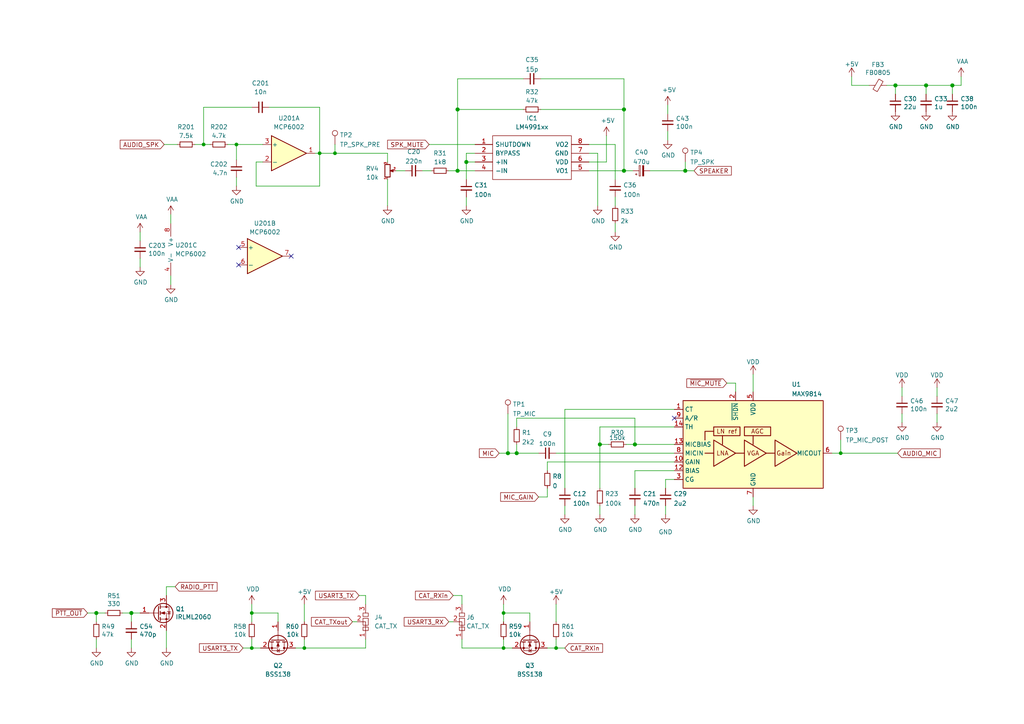
<source format=kicad_sch>
(kicad_sch (version 20230121) (generator eeschema)
  (paper "A4")
  (title_block (title "Module17") (date "2023-07-18") (rev "Rev 1.0") (company "M17Project") (comment 1 "Mathis - DB9MAT") (comment 2 "Wojciech - SP5WWP") (comment 3 "Authors:"))
  (lib_symbols
    (symbol "Amplifier_Audio:MAX9814"
      (property "Reference" "U" (at -20.32 13.97 0))
      (property "Value" "MAX9814" (at 11.43 13.97 0))
      (symbol "MAX9814_0_0"
        (rectangle (start -11.43 5.08) (end -3.81 2.54) (stroke (width 0.254)))
        (rectangle (start -2.54 5.08) (end 5.08 2.54) (stroke (width 0.254)))
        (polyline (pts (xy -11.43 -2.54) (xy -13.97 -2.54)) (stroke (width 0.254)))
        (polyline (pts (xy -8.89 2.54) (xy -8.89 0)) (stroke (width 0.254)))
        (polyline (pts (xy -2.54 -2.54) (xy -5.08 -2.54)) (stroke (width 0.254)))
        (polyline (pts (xy 0 2.54) (xy 0 0)) (stroke (width 0.254)))
        (polyline (pts (xy 3.81 -2.54) (xy 6.35 -2.54)) (stroke (width 0.254)))
        (polyline (pts (xy -11.43 3.81) (xy -13.97 3.81) (xy -13.97 1.27)) (stroke (width 0.254)))
        (polyline (pts (xy -5.08 -2.54) (xy -11.43 1.27) (xy -11.43 -6.35) (xy -5.08 -2.54)) (stroke (width 0.254)))
        (polyline (pts (xy 3.81 -2.54) (xy -2.54 1.27) (xy -2.54 -6.35) (xy 3.81 -2.54)) (stroke (width 0.254)))
        (polyline (pts (xy 12.7 -2.54) (xy 6.35 1.27) (xy 6.35 -6.35) (xy 12.7 -2.54)) (stroke (width 0.254)))
        (text "AGC" (at 1.27 3.81 0) (effects (font (size 1.27 1.27))))
        (text "Gain" (at 8.89 -2.54 0) (effects (font (size 1.27 1.27))))
        (text "LN ref" (at -7.62 3.81 0) (effects (font (size 1.27 1.27))))
        (text "LNA" (at -8.89 -2.54 0) (effects (font (size 1.27 1.27))))
        (text "VGA" (at 0 -2.54 0) (effects (font (size 1.27 1.27))))
      )
      (symbol "MAX9814_0_1"
        (rectangle (start -20.32 12.7) (end 20.32 -12.7) (stroke (width 0.254)) (fill (type background)))
      )
      (symbol "MAX9814_1_1"
        (pin input line (at -22.86 10.16 0) (length 2.54) (name "CT") (number "1"))
        (pin input line (at -22.86 -5.08 0) (length 2.54) (name "GAIN") (number "10"))
        (pin passive line (at 0 -15.24 90) (length 2.54) hide (name "GND") (number "11"))
        (pin passive line (at -22.86 -7.62 0) (length 2.54) (name "BIAS") (number "12"))
        (pin output line (at -22.86 0 0) (length 2.54) (name "MICBIAS") (number "13"))
        (pin input line (at -22.86 5.08 0) (length 2.54) (name "TH") (number "14"))
        (pin passive line (at 0 -15.24 90) (length 2.54) hide (name "GND") (number "15"))
        (pin input line (at -5.08 15.24 270) (length 2.54) (name "~{SHDN}") (number "2"))
        (pin passive line (at -22.86 -10.16 0) (length 2.54) (name "CG") (number "3"))
        (pin passive line (at 0 -15.24 90) (length 2.54) hide (name "GND") (number "4"))
        (pin power_in line (at 0 15.24 270) (length 2.54) (name "VDD") (number "5"))
        (pin output line (at 22.86 -2.54 180) (length 2.54) (name "MICOUT") (number "6"))
        (pin power_in line (at 0 -15.24 90) (length 2.54) (name "GND") (number "7"))
        (pin input line (at -22.86 -2.54 0) (length 2.54) (name "MICIN") (number "8"))
        (pin input line (at -22.86 7.62 0) (length 2.54) (name "A/R") (number "9"))
      )
    )
    (symbol "Amplifier_Operational:MCP602" (pin_names (offset 0.127))
      (property "Reference" "U" (at 0 5.08 0))
      (property "Value" "MCP602" (at 0 -5.08 0))
      (symbol "MCP602_1_1"
        (polyline (pts (xy -5.08 5.08) (xy 5.08 0) (xy -5.08 -5.08) (xy -5.08 5.08)) (stroke (width 0.254)) (fill (type background)))
        (pin output line (at 7.62 0 180) (length 2.54) (name "~") (number "1"))
        (pin input line (at -7.62 -2.54 0) (length 2.54) (name "-") (number "2"))
        (pin input line (at -7.62 2.54 0) (length 2.54) (name "+") (number "3"))
      )
      (symbol "MCP602_2_1"
        (polyline (pts (xy -5.08 5.08) (xy 5.08 0) (xy -5.08 -5.08) (xy -5.08 5.08)) (stroke (width 0.254)) (fill (type background)))
        (pin input line (at -7.62 2.54 0) (length 2.54) (name "+") (number "5"))
        (pin input line (at -7.62 -2.54 0) (length 2.54) (name "-") (number "6"))
        (pin output line (at 7.62 0 180) (length 2.54) (name "~") (number "7"))
      )
      (symbol "MCP602_3_1"
        (pin power_in line (at -2.54 -7.62 90) (length 3.81) (name "V-") (number "4"))
        (pin power_in line (at -2.54 7.62 270) (length 3.81) (name "V+") (number "8"))
      )
    )
    (symbol "Connector:TestPoint" (pin_numbers hide) (pin_names (offset 0.762) hide)
      (property "Reference" "TP" (at 0 6.858 0))
      (property "Value" "TestPoint" (at 0 5.08 0))
      (symbol "TestPoint_0_1"
        (circle (center 0 3.302) (radius 0.762))
      )
      (symbol "TestPoint_1_1"
        (pin passive line (at 0 0 90) (length 2.54) (name "1") (number "1"))
      )
    )
    (symbol "Device:C_Small" (pin_numbers hide) (pin_names (offset 0.254) hide)
      (property "Reference" "C" (at 0.254 1.778 0))
      (property "Value" "C_Small" (at 0.254 -2.032 0))
      (symbol "C_Small_0_1"
        (polyline (pts (xy -1.524 -0.508) (xy 1.524 -0.508)) (stroke (width 0.3302)))
        (polyline (pts (xy -1.524 0.508) (xy 1.524 0.508)) (stroke (width 0.3048)))
      )
      (symbol "C_Small_1_1"
        (pin passive line (at 0 2.54 270) (length 2.032) (name "~") (number "1"))
        (pin passive line (at 0 -2.54 90) (length 2.032) (name "~") (number "2"))
      )
    )
    (symbol "Device:Ferrite_Bead_Small" (pin_numbers hide) (pin_names (offset 0))
      (property "Reference" "FB" (at 1.905 1.27 0))
      (property "Value" "Ferrite_Bead_Small" (at 1.905 -1.27 0))
      (symbol "Ferrite_Bead_Small_0_1"
        (polyline (pts (xy 0 -1.27) (xy 0 -0.7874)))
        (polyline (pts (xy 0 0.889) (xy 0 1.2954)))
        (polyline (pts (xy -1.8288 0.2794) (xy -1.1176 1.4986) (xy 1.8288 -0.2032) (xy 1.1176 -1.4224) (xy -1.8288 0.2794)))
      )
      (symbol "Ferrite_Bead_Small_1_1"
        (pin passive line (at 0 2.54 270) (length 1.27) (name "~") (number "1"))
        (pin passive line (at 0 -2.54 90) (length 1.27) (name "~") (number "2"))
      )
    )
    (symbol "Device:R_Potentiometer_Small" (pin_names (offset 1.016) hide)
      (property "Reference" "RV" (at -4.445 0 90))
      (property "Value" "R_Potentiometer_Small" (at -2.54 0 90))
      (symbol "R_Potentiometer_Small_0_1"
        (polyline (pts (xy 0.889 0) (xy 0.635 0) (xy 1.651 0.381) (xy 1.651 -0.381) (xy 0.635 0) (xy 0.889 0)) (fill (type outline)))
        (rectangle (start 0.762 1.8034) (end -0.762 -1.8034) (stroke (width 0.254)))
      )
      (symbol "R_Potentiometer_Small_1_1"
        (pin passive line (at 0 2.54 270) (length 0.635) (name "1") (number "1"))
        (pin passive line (at 2.54 0 180) (length 0.9906) (name "2") (number "2"))
        (pin passive line (at 0 -2.54 90) (length 0.635) (name "3") (number "3"))
      )
    )
    (symbol "Device:R_Small" (pin_numbers hide) (pin_names (offset 0.254) hide)
      (property "Reference" "R" (at 0.762 0.508 0))
      (property "Value" "R_Small" (at 0.762 -1.016 0))
      (symbol "R_Small_0_1"
        (rectangle (start -0.762 1.778) (end 0.762 -1.778) (stroke (width 0.2032)))
      )
      (symbol "R_Small_1_1"
        (pin passive line (at 0 2.54 270) (length 0.762) (name "~") (number "1"))
        (pin passive line (at 0 -2.54 90) (length 0.762) (name "~") (number "2"))
      )
    )
    (symbol "Module17:LM4991xx" (pin_names (offset 0.762))
      (property "Reference" "IC" (at 29.21 7.62 0))
      (property "Value" "LM4991xx" (at 29.21 5.08 0))
      (symbol "LM4991xx_0_0"
        (pin passive line (at 0 0 0) (length 5.08) (name "SHUTDOWN") (number "1"))
        (pin passive line (at 0 -2.54 0) (length 5.08) (name "BYPASS") (number "2"))
        (pin passive line (at 0 -5.08 0) (length 5.08) (name "+IN") (number "3"))
        (pin passive line (at 0 -7.62 0) (length 5.08) (name "-IN") (number "4"))
        (pin passive line (at 33.02 -7.62 180) (length 5.08) (name "VO1") (number "5"))
        (pin passive line (at 33.02 -5.08 180) (length 5.08) (name "VDD") (number "6"))
        (pin passive line (at 33.02 -2.54 180) (length 5.08) (name "GND") (number "7"))
        (pin passive line (at 33.02 0 180) (length 5.08) (name "VO2") (number "8"))
      )
      (symbol "LM4991xx_0_1"
        (polyline (pts (xy 5.08 2.54) (xy 27.94 2.54) (xy 27.94 -10.16) (xy 5.08 -10.16) (xy 5.08 2.54)) (stroke (width 0.1524)))
      )
    )
    (symbol "Transistor_FET:BSS138" (pin_names hide)
      (property "Reference" "Q" (at 5.08 1.905 0))
      (property "Value" "BSS138" (at 5.08 0 0))
      (symbol "BSS138_0_1"
        (polyline (pts (xy 0.254 0) (xy -2.54 0)))
        (polyline (pts (xy 0.254 1.905) (xy 0.254 -1.905)) (stroke (width 0.254)))
        (polyline (pts (xy 0.762 -1.27) (xy 0.762 -2.286)) (stroke (width 0.254)))
        (polyline (pts (xy 0.762 0.508) (xy 0.762 -0.508)) (stroke (width 0.254)))
        (polyline (pts (xy 0.762 2.286) (xy 0.762 1.27)) (stroke (width 0.254)))
        (polyline (pts (xy 2.54 2.54) (xy 2.54 1.778)))
        (polyline (pts (xy 2.54 -2.54) (xy 2.54 0) (xy 0.762 0)))
        (polyline (pts (xy 0.762 -1.778) (xy 3.302 -1.778) (xy 3.302 1.778) (xy 0.762 1.778)))
        (polyline (pts (xy 1.016 0) (xy 2.032 0.381) (xy 2.032 -0.381) (xy 1.016 0)) (fill (type outline)))
        (polyline (pts (xy 2.794 0.508) (xy 2.921 0.381) (xy 3.683 0.381) (xy 3.81 0.254)))
        (polyline (pts (xy 3.302 0.381) (xy 2.921 -0.254) (xy 3.683 -0.254) (xy 3.302 0.381)))
        (circle (center 1.651 0) (radius 2.794) (stroke (width 0.254)))
        (circle (center 2.54 -1.778) (radius 0.254) (fill (type outline)))
        (circle (center 2.54 1.778) (radius 0.254) (fill (type outline)))
      )
      (symbol "BSS138_1_1"
        (pin input line (at -5.08 0 0) (length 2.54) (name "G") (number "1"))
        (pin passive line (at 2.54 -5.08 90) (length 2.54) (name "S") (number "2"))
        (pin passive line (at 2.54 5.08 270) (length 2.54) (name "D") (number "3"))
      )
    )
    (symbol "Transistor_FET:IRLML2060" (pin_names hide)
      (property "Reference" "Q" (at 5.08 1.905 0))
      (property "Value" "IRLML2060" (at 5.08 0 0))
      (symbol "IRLML2060_0_1"
        (polyline (pts (xy 0.254 0) (xy -2.54 0)))
        (polyline (pts (xy 0.254 1.905) (xy 0.254 -1.905)) (stroke (width 0.254)))
        (polyline (pts (xy 0.762 -1.27) (xy 0.762 -2.286)) (stroke (width 0.254)))
        (polyline (pts (xy 0.762 0.508) (xy 0.762 -0.508)) (stroke (width 0.254)))
        (polyline (pts (xy 0.762 2.286) (xy 0.762 1.27)) (stroke (width 0.254)))
        (polyline (pts (xy 2.54 2.54) (xy 2.54 1.778)))
        (polyline (pts (xy 2.54 -2.54) (xy 2.54 0) (xy 0.762 0)))
        (polyline (pts (xy 0.762 -1.778) (xy 3.302 -1.778) (xy 3.302 1.778) (xy 0.762 1.778)))
        (polyline (pts (xy 1.016 0) (xy 2.032 0.381) (xy 2.032 -0.381) (xy 1.016 0)) (fill (type outline)))
        (polyline (pts (xy 2.794 0.508) (xy 2.921 0.381) (xy 3.683 0.381) (xy 3.81 0.254)))
        (polyline (pts (xy 3.302 0.381) (xy 2.921 -0.254) (xy 3.683 -0.254) (xy 3.302 0.381)))
        (circle (center 1.651 0) (radius 2.794) (stroke (width 0.254)))
        (circle (center 2.54 -1.778) (radius 0.254) (fill (type outline)))
        (circle (center 2.54 1.778) (radius 0.254) (fill (type outline)))
      )
      (symbol "IRLML2060_1_1"
        (pin input line (at -5.08 0 0) (length 2.54) (name "G") (number "1"))
        (pin passive line (at 2.54 -5.08 90) (length 2.54) (name "S") (number "2"))
        (pin passive line (at 2.54 5.08 270) (length 2.54) (name "D") (number "3"))
      )
    )
    (symbol "pkl_device:pkl_CP_Small" (pin_numbers hide) (pin_names (offset 0.254) hide)
      (property "Reference" "C" (at 0.254 1.778 0))
      (property "Value" "pkl_CP_Small" (at 0.254 -2.032 0))
      (symbol "pkl_CP_Small_0_1"
        (rectangle (start -1.524 -0.3048) (end 1.524 -0.6858) (fill (type outline)))
        (rectangle (start -1.524 0.6858) (end 1.524 0.3048))
        (polyline (pts (xy -1.27 1.524) (xy -0.762 1.524)))
        (polyline (pts (xy -1.016 1.27) (xy -1.016 1.778)))
      )
      (symbol "pkl_CP_Small_1_1"
        (pin passive line (at 0 2.54 270) (length 1.8542) (name "~") (number "1"))
        (pin passive line (at 0 -2.54 90) (length 1.8542) (name "~") (number "2"))
      )
    )
    (symbol "pkl_device:pkl_C_Small" (pin_numbers hide) (pin_names (offset 0.254) hide)
      (property "Reference" "C" (at 0.254 1.778 0))
      (property "Value" "pkl_C_Small" (at 0.254 -2.032 0))
      (symbol "pkl_C_Small_0_1"
        (polyline (pts (xy -1.524 -0.508) (xy 1.524 -0.508)) (stroke (width 0.3302)))
        (polyline (pts (xy -1.524 0.508) (xy 1.524 0.508)) (stroke (width 0.3048)))
      )
      (symbol "pkl_C_Small_1_1"
        (pin passive line (at 0 2.54 270) (length 1.905) (name "~") (number "1"))
        (pin passive line (at 0 -2.54 90) (length 2.032) (name "~") (number "2"))
      )
    )
    (symbol "pkl_device:pkl_R_Small" (pin_numbers hide) (pin_names (offset 0.254) hide)
      (property "Reference" "R" (at 0.762 0.508 0))
      (property "Value" "pkl_R_Small" (at 0.762 -1.016 0))
      (symbol "pkl_R_Small_0_1"
        (rectangle (start -0.762 1.778) (end 0.762 -1.778) (stroke (width 0.2032)))
      )
      (symbol "pkl_R_Small_1_1"
        (pin passive line (at 0 2.54 270) (length 0.762) (name "~") (number "1"))
        (pin passive line (at 0 -2.54 90) (length 0.762) (name "~") (number "2"))
      )
    )
    (symbol "pkl_misc:pkl_double_jumper_ncno" (pin_names (offset 1.016))
      (property "Reference" "J" (at 0 -2.54 0))
      (property "Value" "pkl_double_jumper_ncno" (at 0 -5.08 0))
      (symbol "pkl_double_jumper_ncno_0_1"
        (polyline (pts (xy 0 1.27) (xy 0 0) (xy -2.54 0)))
        (rectangle (start 1.524 0.762) (end 2.54 -0.762))
      )
      (symbol "pkl_double_jumper_ncno_1_1"
        (rectangle (start -2.54 0.762) (end -1.524 -0.762))
        (rectangle (start -1.016 0.762) (end 1.016 -0.762))
        (pin passive line (at -5.08 0 0) (length 2.54) (name "~") (number "1"))
        (pin passive line (at 0 2.54 270) (length 1.27) (name "~") (number "2"))
        (pin passive line (at 5.08 0 180) (length 2.54) (name "~") (number "3"))
      )
    )
    (symbol "power:+5V" (power) (pin_names (offset 0))
      (property "Value" "+5V" (at 0 3.556 0))
      (symbol "+5V_0_1"
        (polyline (pts (xy -0.762 1.27) (xy 0 2.54)))
        (polyline (pts (xy 0 0) (xy 0 2.54)))
        (polyline (pts (xy 0 2.54) (xy 0.762 1.27)))
      )
      (symbol "+5V_1_1"
        (pin power_in line (at 0 0 90) (length 0) hide (name "+5V") (number "1"))
      )
    )
    (symbol "power:GND" (power) (pin_names (offset 0))
      (property "Value" "GND" (at 0 -3.81 0))
      (symbol "GND_0_1"
        (polyline (pts (xy 0 0) (xy 0 -1.27) (xy 1.27 -1.27) (xy 0 -2.54) (xy -1.27 -1.27) (xy 0 -1.27)))
      )
      (symbol "GND_1_1"
        (pin power_in line (at 0 0 270) (length 0) hide (name "GND") (number "1"))
      )
    )
    (symbol "power:VAA" (power) (pin_names (offset 0))
      (property "Value" "VAA" (at 0 3.81 0))
      (symbol "VAA_0_1"
        (polyline (pts (xy -0.762 1.27) (xy 0 2.54)))
        (polyline (pts (xy 0 0) (xy 0 2.54)))
        (polyline (pts (xy 0 2.54) (xy 0.762 1.27)))
      )
      (symbol "VAA_1_1"
        (pin power_in line (at 0 0 90) (length 0) hide (name "VAA") (number "1"))
      )
    )
    (symbol "power:VDD" (power) (pin_names (offset 0))
      (property "Value" "VDD" (at 0 3.81 0))
      (symbol "VDD_0_1"
        (polyline (pts (xy -0.762 1.27) (xy 0 2.54)))
        (polyline (pts (xy 0 0) (xy 0 2.54)))
        (polyline (pts (xy 0 2.54) (xy 0.762 1.27)))
      )
      (symbol "VDD_1_1"
        (pin power_in line (at 0 0 90) (length 0) hide (name "VDD") (number "1"))
      )
    )
  )
  (junction (at 73.025 177.8))
  (junction (at 276.225 24.765) (diameter 1.016))
  (junction (at 135.255 46.99) (diameter 1.016))
  (junction (at 149.86 131.445) (diameter 1.016))
  (junction (at 259.715 24.765) (diameter 1.016))
  (junction (at 147.32 131.445) (diameter 1.016))
  (junction (at 161.29 187.96))
  (junction (at 180.975 49.53) (diameter 1.016))
  (junction (at 88.265 187.96))
  (junction (at 146.05 177.8))
  (junction (at 243.84 131.445))
  (junction (at 173.99 128.905) (diameter 1.016))
  (junction (at 268.605 24.765) (diameter 1.016))
  (junction (at 92.71 44.45))
  (junction (at 146.05 187.96))
  (junction (at 38.1 177.8) (diameter 1.016))
  (junction (at 59.055 41.91))
  (junction (at 97.155 44.45))
  (junction (at 132.715 49.53) (diameter 1.016))
  (junction (at 73.025 187.96))
  (junction (at 198.755 49.53) (diameter 1.016))
  (junction (at 27.94 177.8) (diameter 1.016))
  (junction (at 68.58 41.91))
  (junction (at 132.715 31.75) (diameter 1.016))
  (junction (at 180.975 31.75) (diameter 1.016))
  (junction (at 184.15 128.905) (diameter 1.016))
  (no_connect (at 195.58 121.285))
  (no_connect (at 69.215 76.835))
  (no_connect (at 69.215 71.755))
  (no_connect (at 84.455 74.295))
  (wire (pts (xy 173.99 128.905) (xy 176.53 128.905)))
  (wire (pts (xy 131.445 172.72) (xy 133.985 172.72)))
  (wire (pts (xy 146.05 175.26) (xy 146.05 177.8)))
  (wire (pts (xy 153.67 177.8) (xy 153.67 180.34)))
  (wire (pts (xy 27.94 177.8) (xy 30.48 177.8)))
  (wire (pts (xy 85.725 187.96) (xy 88.265 187.96)))
  (wire (pts (xy 135.255 46.99) (xy 135.255 52.07)))
  (wire (pts (xy 243.84 131.445) (xy 260.35 131.445)))
  (wire (pts (xy 276.225 24.765) (xy 278.765 24.765)))
  (wire (pts (xy 68.58 51.435) (xy 68.58 53.975)))
  (wire (pts (xy 132.715 22.86) (xy 132.715 31.75)))
  (wire (pts (xy 132.715 31.75) (xy 132.715 49.53)))
  (wire (pts (xy 193.675 30.48) (xy 193.675 33.02)))
  (wire (pts (xy 184.15 146.685) (xy 184.15 149.225)))
  (wire (pts (xy 74.295 46.99) (xy 76.2 46.99)))
  (wire (pts (xy 106.045 185.42) (xy 106.045 187.96)))
  (wire (pts (xy 161.29 187.96) (xy 163.83 187.96)))
  (wire (pts (xy 133.985 172.72) (xy 133.985 175.26)))
  (wire (pts (xy 70.485 187.96) (xy 73.025 187.96)))
  (wire (pts (xy 122.555 49.53) (xy 125.095 49.53)))
  (wire (pts (xy 158.75 141.605) (xy 158.75 144.145)))
  (wire (pts (xy 92.71 44.45) (xy 97.155 44.45)))
  (wire (pts (xy 73.025 187.96) (xy 75.565 187.96)))
  (wire (pts (xy 112.395 46.99) (xy 112.395 44.45)))
  (wire (pts (xy 257.175 24.765) (xy 259.715 24.765)))
  (wire (pts (xy 210.82 111.125) (xy 213.36 111.125)))
  (wire (pts (xy 213.36 113.665) (xy 213.36 111.125)))
  (wire (pts (xy 92.71 44.45) (xy 92.71 53.975)))
  (wire (pts (xy 147.32 131.445) (xy 149.86 131.445)))
  (wire (pts (xy 144.78 131.445) (xy 147.32 131.445)))
  (wire (pts (xy 276.225 24.765) (xy 276.225 27.305)))
  (wire (pts (xy 48.26 182.88) (xy 48.26 187.96)))
  (wire (pts (xy 59.055 31.115) (xy 59.055 41.91)))
  (wire (pts (xy 158.75 133.985) (xy 195.58 133.985)))
  (wire (pts (xy 88.265 187.96) (xy 88.265 185.42)))
  (wire (pts (xy 102.235 180.34) (xy 103.505 180.34)))
  (wire (pts (xy 74.295 46.99) (xy 74.295 53.975)))
  (wire (pts (xy 271.78 112.395) (xy 271.78 114.935)))
  (wire (pts (xy 261.62 112.395) (xy 261.62 114.935)))
  (wire (pts (xy 97.155 44.45) (xy 112.395 44.45)))
  (wire (pts (xy 35.56 177.8) (xy 38.1 177.8)))
  (wire (pts (xy 259.715 24.765) (xy 259.715 27.305)))
  (wire (pts (xy 173.99 146.685) (xy 173.99 149.225)))
  (wire (pts (xy 97.155 41.91) (xy 97.155 44.45)))
  (wire (pts (xy 184.15 128.905) (xy 195.58 128.905)))
  (wire (pts (xy 181.61 128.905) (xy 184.15 128.905)))
  (wire (pts (xy 243.84 131.445) (xy 243.84 127.635)))
  (wire (pts (xy 124.46 41.91) (xy 137.795 41.91)))
  (wire (pts (xy 49.53 62.23) (xy 49.53 64.77)))
  (wire (pts (xy 92.71 31.115) (xy 92.71 44.45)))
  (wire (pts (xy 56.515 41.91) (xy 59.055 41.91)))
  (wire (pts (xy 163.83 118.745) (xy 163.83 141.605)))
  (wire (pts (xy 195.58 118.745) (xy 163.83 118.745)))
  (wire (pts (xy 149.86 121.285) (xy 184.15 121.285)))
  (wire (pts (xy 114.935 49.53) (xy 117.475 49.53)))
  (wire (pts (xy 247.015 24.765) (xy 247.015 22.225)))
  (wire (pts (xy 146.05 187.96) (xy 148.59 187.96)))
  (wire (pts (xy 156.845 31.75) (xy 180.975 31.75)))
  (wire (pts (xy 25.4 177.8) (xy 27.94 177.8)))
  (wire (pts (xy 193.04 139.065) (xy 193.04 141.605)))
  (wire (pts (xy 195.58 139.065) (xy 193.04 139.065)))
  (wire (pts (xy 218.44 108.585) (xy 218.44 113.665)))
  (wire (pts (xy 91.44 44.45) (xy 92.71 44.45)))
  (wire (pts (xy 180.975 49.53) (xy 183.515 49.53)))
  (wire (pts (xy 73.025 185.42) (xy 73.025 187.96)))
  (wire (pts (xy 149.86 121.285) (xy 149.86 123.825)))
  (wire (pts (xy 178.435 64.77) (xy 178.435 67.31)))
  (wire (pts (xy 259.715 24.765) (xy 268.605 24.765)))
  (wire (pts (xy 68.58 41.91) (xy 76.2 41.91)))
  (wire (pts (xy 198.755 49.53) (xy 198.755 46.99)))
  (wire (pts (xy 201.295 49.53) (xy 198.755 49.53)))
  (wire (pts (xy 27.94 180.34) (xy 27.94 177.8)))
  (wire (pts (xy 188.595 49.53) (xy 198.755 49.53)))
  (wire (pts (xy 104.14 172.72) (xy 106.045 172.72)))
  (wire (pts (xy 161.29 131.445) (xy 195.58 131.445)))
  (wire (pts (xy 268.605 24.765) (xy 276.225 24.765)))
  (wire (pts (xy 261.62 120.015) (xy 261.62 122.555)))
  (wire (pts (xy 163.83 146.685) (xy 163.83 149.225)))
  (wire (pts (xy 88.265 175.26) (xy 88.265 180.34)))
  (wire (pts (xy 48.26 170.18) (xy 50.8 170.18)))
  (wire (pts (xy 38.1 177.8) (xy 40.64 177.8)))
  (wire (pts (xy 106.045 172.72) (xy 106.045 175.26)))
  (wire (pts (xy 48.26 172.72) (xy 48.26 170.18)))
  (wire (pts (xy 74.295 53.975) (xy 92.71 53.975)))
  (wire (pts (xy 193.675 38.1) (xy 193.675 40.64)))
  (wire (pts (xy 271.78 120.015) (xy 271.78 122.555)))
  (wire (pts (xy 170.815 41.91) (xy 178.435 41.91)))
  (wire (pts (xy 178.435 41.91) (xy 178.435 52.07)))
  (wire (pts (xy 78.105 31.115) (xy 92.71 31.115)))
  (wire (pts (xy 252.095 24.765) (xy 247.015 24.765)))
  (wire (pts (xy 27.94 185.42) (xy 27.94 187.96)))
  (wire (pts (xy 132.715 49.53) (xy 137.795 49.53)))
  (wire (pts (xy 130.175 49.53) (xy 132.715 49.53)))
  (wire (pts (xy 47.625 41.91) (xy 51.435 41.91)))
  (wire (pts (xy 40.64 74.93) (xy 40.64 77.47)))
  (wire (pts (xy 268.605 24.765) (xy 268.605 27.305)))
  (wire (pts (xy 130.175 180.34) (xy 131.445 180.34)))
  (wire (pts (xy 146.05 185.42) (xy 146.05 187.96)))
  (wire (pts (xy 147.32 120.015) (xy 147.32 131.445)))
  (wire (pts (xy 158.75 187.96) (xy 161.29 187.96)))
  (wire (pts (xy 241.3 131.445) (xy 243.84 131.445)))
  (wire (pts (xy 278.765 24.765) (xy 278.765 22.225)))
  (wire (pts (xy 38.1 177.8) (xy 38.1 180.34)))
  (wire (pts (xy 170.815 49.53) (xy 180.975 49.53)))
  (wire (pts (xy 80.645 177.8) (xy 80.645 180.34)))
  (wire (pts (xy 59.055 31.115) (xy 73.025 31.115)))
  (wire (pts (xy 112.395 52.07) (xy 112.395 59.69)))
  (wire (pts (xy 146.05 177.8) (xy 153.67 177.8)))
  (wire (pts (xy 132.715 31.75) (xy 151.765 31.75)))
  (wire (pts (xy 184.15 128.905) (xy 184.15 121.285)))
  (wire (pts (xy 137.795 46.99) (xy 135.255 46.99)))
  (wire (pts (xy 135.255 44.45) (xy 137.795 44.45)))
  (wire (pts (xy 135.255 46.99) (xy 135.255 44.45)))
  (wire (pts (xy 184.15 136.525) (xy 184.15 141.605)))
  (wire (pts (xy 195.58 136.525) (xy 184.15 136.525)))
  (wire (pts (xy 218.44 144.145) (xy 218.44 146.685)))
  (wire (pts (xy 193.04 146.685) (xy 193.04 149.225)))
  (wire (pts (xy 49.53 82.55) (xy 49.53 80.01)))
  (wire (pts (xy 133.985 185.42) (xy 133.985 187.96)))
  (wire (pts (xy 132.715 22.86) (xy 151.765 22.86)))
  (wire (pts (xy 66.04 41.91) (xy 68.58 41.91)))
  (wire (pts (xy 68.58 41.91) (xy 68.58 46.355)))
  (wire (pts (xy 156.845 22.86) (xy 180.975 22.86)))
  (wire (pts (xy 180.975 22.86) (xy 180.975 31.75)))
  (wire (pts (xy 180.975 31.75) (xy 180.975 49.53)))
  (wire (pts (xy 59.055 41.91) (xy 60.96 41.91)))
  (wire (pts (xy 133.985 187.96) (xy 146.05 187.96)))
  (wire (pts (xy 73.025 175.26) (xy 73.025 177.8)))
  (wire (pts (xy 88.265 187.96) (xy 106.045 187.96)))
  (wire (pts (xy 170.815 44.45) (xy 173.355 44.45)))
  (wire (pts (xy 173.355 44.45) (xy 173.355 59.69)))
  (wire (pts (xy 173.99 128.905) (xy 173.99 141.605)))
  (wire (pts (xy 173.99 123.825) (xy 173.99 128.905)))
  (wire (pts (xy 195.58 123.825) (xy 173.99 123.825)))
  (wire (pts (xy 158.75 133.985) (xy 158.75 136.525)))
  (wire (pts (xy 149.86 128.905) (xy 149.86 131.445)))
  (wire (pts (xy 149.86 131.445) (xy 156.21 131.445)))
  (wire (pts (xy 170.815 46.99) (xy 175.895 46.99)))
  (wire (pts (xy 175.895 39.37) (xy 175.895 46.99)))
  (wire (pts (xy 73.025 177.8) (xy 80.645 177.8)))
  (wire (pts (xy 38.1 185.42) (xy 38.1 187.96)))
  (wire (pts (xy 73.025 177.8) (xy 73.025 180.34)))
  (wire (pts (xy 135.255 57.15) (xy 135.255 59.69)))
  (wire (pts (xy 146.05 177.8) (xy 146.05 180.34)))
  (wire (pts (xy 156.21 144.145) (xy 158.75 144.145)))
  (wire (pts (xy 161.29 187.96) (xy 161.29 185.42)))
  (wire (pts (xy 178.435 57.15) (xy 178.435 59.69)))
  (wire (pts (xy 40.64 67.31) (xy 40.64 69.85)))
  (wire (pts (xy 161.29 175.26) (xy 161.29 180.34)))
  (global_label "MIC" (shape input) (at 144.78 131.445 180) (property "Intersheetrefs" "${INTERSHEET_REFS}" (effects hide)))
  (global_label "USART3_TX" (shape input) (at 70.485 187.96 180) (property "Intersheetrefs" "${INTERSHEET_REFS}" (effects hide)))
  (global_label "~{MIC_MUTE}" (shape input) (at 210.82 111.125 180) (property "Intersheetrefs" "${INTERSHEET_REFS}" (effects hide)))
  (global_label "CAT_RXin" (shape input) (at 131.445 172.72 180) (property "Intersheetrefs" "${INTERSHEET_REFS}" (effects hide)))
  (global_label "CAT_RXin" (shape input) (at 163.83 187.96 0) (property "Intersheetrefs" "${INTERSHEET_REFS}" (effects hide)))
  (global_label "RADIO_PTT" (shape input) (at 50.8 170.18 0) (property "Intersheetrefs" "${INTERSHEET_REFS}" (effects hide)))
  (global_label "AUDIO_SPK" (shape input) (at 47.625 41.91 180) (property "Intersheetrefs" "${INTERSHEET_REFS}" (effects hide)))
  (global_label "~{PTT_OUT}" (shape input) (at 25.4 177.8 180) (property "Intersheetrefs" "${INTERSHEET_REFS}" (effects hide)))
  (global_label "MIC_GAIN" (shape input) (at 156.21 144.145 180) (property "Intersheetrefs" "${INTERSHEET_REFS}" (effects hide)))
  (global_label "CAT_TXout" (shape input) (at 102.235 180.34 180) (property "Intersheetrefs" "${INTERSHEET_REFS}" (effects hide)))
  (global_label "USART3_TX" (shape input) (at 104.14 172.72 180) (property "Intersheetrefs" "${INTERSHEET_REFS}" (effects hide)))
  (global_label "AUDIO_MIC" (shape input) (at 260.35 131.445 0) (property "Intersheetrefs" "${INTERSHEET_REFS}" (effects hide)))
  (global_label "SPEAKER" (shape input) (at 201.295 49.53 0) (property "Intersheetrefs" "${INTERSHEET_REFS}" (effects hide)))
  (global_label "USART3_RX" (shape input) (at 130.175 180.34 180) (property "Intersheetrefs" "${INTERSHEET_REFS}" (effects hide)))
  (global_label "SPK_MUTE" (shape input) (at 124.46 41.91 180) (property "Intersheetrefs" "${INTERSHEET_REFS}" (effects hide)))
  (symbol (lib_id "Device:Ferrite_Bead_Small") (at 254.635 24.765 270) (unit 1)
    (property "Reference" "FB3" (at 254.635 18.7452 90))
    (property "Value" "FB0805" (at 254.635 21.0566 90))
    (property "Footprint" "pkl_dipol:L_0805" (effects hide))
    (property "MPN" "2508056017Y2" (effects hide))
    (property "LCSC Part #" "C1017" (effects hide))
  )
  (symbol (lib_id "pkl_device:pkl_C_Small") (at 259.715 29.845 0) (unit 1)
    (property "Reference" "C30" (at 262.0518 28.6766 0) (effects (justify left)))
    (property "Value" "22u" (at 262.0518 30.988 0) (effects (justify left)))
    (property "Footprint" "pkl_dipol:C_0603" (effects hide))
    (property "MPN" "Generic C/22uF/C0G/10V/0603" (effects hide))
  )
  (symbol (lib_id "pkl_device:pkl_C_Small") (at 268.605 29.845 0) (unit 1)
    (property "Reference" "C33" (at 270.9418 28.6766 0) (effects (justify left)))
    (property "Value" "1u" (at 270.9418 30.988 0) (effects (justify left)))
    (property "Footprint" "pkl_dipol:C_0603" (effects hide))
    (property "MPN" "Generic C/1uF/C0G/25V/0603" (effects hide))
  )
  (symbol (lib_id "pkl_device:pkl_C_Small") (at 276.225 29.845 0) (unit 1)
    (property "Reference" "C38" (at 278.5618 28.6766 0) (effects (justify left)))
    (property "Value" "100n" (at 278.5618 30.988 0) (effects (justify left)))
    (property "Footprint" "pkl_dipol:C_0603" (effects hide))
    (property "MPN" "Generic C/100nF/C0G/25V/0603" (effects hide))
  )
  (symbol (lib_id "power:GND") (at 259.715 32.385 0) (unit 1)
    (property "Reference" "#PWR069" (effects hide))
    (property "Value" "GND" (at 259.842 36.7792 0))
  )
  (symbol (lib_id "power:GND") (at 268.605 32.385 0) (unit 1)
    (property "Reference" "#PWR075" (effects hide))
    (property "Value" "GND" (at 268.732 36.7792 0))
  )
  (symbol (lib_id "power:GND") (at 276.225 32.385 0) (unit 1)
    (property "Reference" "#PWR077" (effects hide))
    (property "Value" "GND" (at 276.352 36.7792 0))
  )
  (symbol (lib_id "power:VAA") (at 278.765 22.225 0) (unit 1)
    (property "Reference" "#PWR079" (effects hide))
    (property "Value" "VAA" (at 279.146 17.8308 0))
  )
  (symbol (lib_id "pkl_device:pkl_C_Small") (at 261.62 117.475 0) (unit 1)
    (property "Reference" "C46" (at 263.9568 116.3066 0) (effects (justify left)))
    (property "Value" "100n" (at 263.9568 118.618 0) (effects (justify left)))
    (property "Footprint" "pkl_dipol:C_0603" (effects hide))
    (property "MPN" "Generic C/100nF/C0G/25V/0603" (effects hide))
  )
  (symbol (lib_id "pkl_device:pkl_C_Small") (at 271.78 117.475 0) (unit 1)
    (property "Reference" "C47" (at 274.1168 116.3066 0) (effects (justify left)))
    (property "Value" "2u2" (at 274.1168 118.618 0) (effects (justify left)))
    (property "Footprint" "pkl_dipol:C_0603" (effects hide))
    (property "MPN" "Generic C/2.2uF/C0G/25V/0603" (effects hide))
  )
  (symbol (lib_id "power:GND") (at 261.62 122.555 0) (unit 1)
    (property "Reference" "#PWR095" (effects hide))
    (property "Value" "GND" (at 261.747 126.9492 0))
  )
  (symbol (lib_id "power:GND") (at 271.78 122.555 0) (unit 1)
    (property "Reference" "#PWR098" (effects hide))
    (property "Value" "GND" (at 271.907 126.9492 0))
  )
  (symbol (lib_id "power:+5V") (at 193.675 30.48 0) (unit 1)
    (property "Reference" "#PWR089" (effects hide))
    (property "Value" "+5V" (at 194.056 26.0858 0))
  )
  (symbol (lib_id "pkl_device:pkl_C_Small") (at 193.675 35.56 0) (unit 1)
    (property "Reference" "C43" (at 196.0118 34.3916 0) (effects (justify left)))
    (property "Value" "100n" (at 196.0118 36.703 0) (effects (justify left)))
    (property "Footprint" "pkl_dipol:C_0603" (effects hide))
    (property "MPN" "Generic C/100nF/C0G/25V/0603" (effects hide))
  )
  (symbol (lib_id "power:GND") (at 193.675 40.64 0) (unit 1)
    (property "Reference" "#PWR090" (effects hide))
    (property "Value" "GND" (at 193.802 45.0342 0))
  )
  (symbol (lib_id "pkl_device:pkl_R_Small") (at 27.94 182.88 0) (unit 1)
    (property "Reference" "R49" (at 29.4386 181.7116 0) (effects (justify left)))
    (property "Value" "47k" (at 29.4386 184.023 0) (effects (justify left)))
    (property "Footprint" "pkl_dipol:R_0603" (effects hide))
    (property "MPN" "Generic R/47k/0603" (effects hide))
  )
  (symbol (lib_id "pkl_device:pkl_R_Small") (at 33.02 177.8 270) (unit 1)
    (property "Reference" "R51" (at 33.02 172.8216 90))
    (property "Value" "330" (at 33.02 175.133 90))
    (property "Footprint" "pkl_dipol:R_0603" (effects hide))
    (property "MPN" "Generic R/330/0603" (effects hide))
  )
  (symbol (lib_id "pkl_device:pkl_C_Small") (at 38.1 182.88 0) (unit 1)
    (property "Reference" "C54" (at 40.4368 181.7116 0) (effects (justify left)))
    (property "Value" "470p" (at 40.4368 184.023 0) (effects (justify left)))
    (property "Footprint" "pkl_dipol:C_0603" (effects hide))
    (property "MPN" "Generic C/470pF/C0G/25V/0603" (effects hide))
  )
  (symbol (lib_id "Transistor_FET:IRLML2060") (at 45.72 177.8 0) (unit 1)
    (property "Reference" "Q1" (at 50.9016 176.6316 0) (effects (justify left)))
    (property "Value" "IRLML2060" (at 50.9016 178.943 0) (effects (justify left)))
    (property "Footprint" "pkl_housings_sot:SOT-23" (effects hide))
    (property "Datasheet" "https://www.infineon.com/dgdl/irlml2060pbf.pdf?fileId=5546d462533600a401535664b7fb25ee" (effects hide))
    (property "MPN" "IRLML2060TRPbF" (effects hide))
    (property "LCSC Part #" "C67275" (effects hide))
  )
  (symbol (lib_id "power:GND") (at 27.94 187.96 0) (unit 1)
    (property "Reference" "#PWR0109" (effects hide))
    (property "Value" "GND" (at 28.067 192.3542 0))
  )
  (symbol (lib_id "power:GND") (at 38.1 187.96 0) (unit 1)
    (property "Reference" "#PWR0111" (effects hide))
    (property "Value" "GND" (at 38.227 192.3542 0))
  )
  (symbol (lib_id "power:GND") (at 48.26 187.96 0) (unit 1)
    (property "Reference" "#PWR0114" (effects hide))
    (property "Value" "GND" (at 48.387 192.3542 0))
  )
  (symbol (lib_id "pkl_device:pkl_C_Small") (at 158.75 131.445 90) (unit 1)
    (property "Reference" "C9" (at 158.75 125.9163 90))
    (property "Value" "100n" (at 158.75 128.6914 90))
    (property "Footprint" "pkl_dipol:C_0603" (effects hide))
    (property "MPN" "Generic C/100nF/C0G/25V/0603" (effects hide))
  )
  (symbol (lib_id "Transistor_FET:BSS138") (at 153.67 185.42 270) (unit 1)
    (property "Reference" "Q3" (at 153.67 193.04 90))
    (property "Value" "BSS138" (at 153.67 195.58 90))
    (property "Footprint" "Package_TO_SOT_SMD:SOT-23" (effects hide))
    (property "Datasheet" "https://www.onsemi.com/pub/Collateral/BSS138-D.PDF" (effects hide))
    (property "MPN" "BSS138P,215" (effects hide))
    (property "LCSC Part #" "C400505" (effects hide))
  )
  (symbol (lib_id "Connector:TestPoint") (at 147.32 120.015 0) (unit 1) (in_bom no)
    (property "Reference" "TP1" (at 148.7171 117.265 0) (effects (justify left)))
    (property "Value" "TP_MIC" (at 148.7171 120.0401 0) (effects (justify left)))
    (property "Footprint" "TestPoint:TestPoint_Pad_D1.0mm" (effects hide))
  )
  (symbol (lib_id "Connector:TestPoint") (at 97.155 41.91 0) (unit 1) (in_bom no)
    (property "Reference" "TP2" (at 98.5521 39.16 0) (effects (justify left)))
    (property "Value" "TP_SPK_PRE" (at 98.5521 41.9351 0) (effects (justify left)))
    (property "Footprint" "TestPoint:TestPoint_Pad_D1.0mm" (effects hide))
  )
  (symbol (lib_id "pkl_device:pkl_R_Small") (at 158.75 139.065 0) (unit 1)
    (property "Reference" "R8" (at 160.2487 138.1565 0) (effects (justify left)))
    (property "Value" "0" (at 160.2487 140.9316 0) (effects (justify left)))
    (property "Footprint" "pkl_dipol:R_0603" (effects hide))
    (property "MPN" "Generic R/0R/0603" (effects hide))
  )
  (symbol (lib_id "power:GND") (at 49.53 82.55 0) (unit 1)
    (property "Reference" "#PWR0205" (effects hide))
    (property "Value" "GND" (at 49.657 86.9442 0))
    (instances (project "M17-SmartMic" (path "" (reference "#PWR0205") (unit 1)) (path "" (reference "#PWR0518") (unit 1))))
  )
  (symbol (lib_id "pkl_device:pkl_R_Small") (at 127.635 49.53 90) (unit 1)
    (property "Reference" "R31" (at 127.635 44.45 90))
    (property "Value" "1k8" (at 127.635 46.99 90))
    (property "Footprint" "pkl_dipol:R_0603" (effects hide))
    (property "MPN" "Generic R/1k8/0603" (effects hide))
  )
  (symbol (lib_id "power:+5V") (at 247.015 22.225 0) (unit 1)
    (property "Reference" "#PWR065" (effects hide))
    (property "Value" "+5V" (at 247.015 18.6204 0))
  )
  (symbol (lib_id "power:GND") (at 112.395 59.69 0) (unit 1)
    (property "Reference" "#PWR014" (effects hide))
    (property "Value" "GND" (at 112.522 64.0842 0))
  )
  (symbol (lib_id "power:+5V") (at 88.265 175.26 0) (unit 1)
    (property "Reference" "#PWR081" (effects hide))
    (property "Value" "+5V" (at 88.265 171.6554 0))
  )
  (symbol (lib_id "power:GND") (at 173.99 149.225 0) (unit 1)
    (property "Reference" "#PWR021" (effects hide))
    (property "Value" "GND" (at 174.117 153.6192 0))
  )
  (symbol (lib_id "power:GND") (at 184.15 149.225 0) (unit 1)
    (property "Reference" "#PWR026" (effects hide))
    (property "Value" "GND" (at 184.277 153.6192 0))
  )
  (symbol (lib_id "pkl_misc:pkl_double_jumper_ncno") (at 106.045 180.34 90) (unit 1) (in_bom no)
    (property "Reference" "J4" (at 108.585 179.0699 90) (effects (justify right)))
    (property "Value" "CAT_TX" (at 108.585 181.6099 90) (effects (justify right)))
    (property "Footprint" "pkl_jumpers:J_NCNO_0903_20" (effects hide))
  )
  (symbol (lib_id "pkl_misc:pkl_double_jumper_ncno") (at 133.985 180.34 90) (unit 1) (in_bom no)
    (property "Reference" "J6" (at 135.255 179.07 90) (effects (justify right)))
    (property "Value" "CAT_TX" (at 135.255 181.61 90) (effects (justify right)))
    (property "Footprint" "pkl_jumpers:J_NCNO_0903_20" (effects hide))
  )
  (symbol (lib_id "Amplifier_Operational:MCP602") (at 83.82 44.45 0) (unit 1)
    (property "Reference" "U201" (at 83.82 34.29 0))
    (property "Value" "MCP6002" (at 83.82 36.83 0))
    (property "Footprint" "Package_SO:SOIC-8_3.9x4.9mm_P1.27mm" (effects hide))
    (property "Datasheet" "http://ww1.microchip.com/downloads/en/DeviceDoc/21314g.pdf" (effects hide))
  )
  (symbol (lib_id "power:+5V") (at 175.895 39.37 0) (unit 1)
    (property "Reference" "#PWR078" (effects hide))
    (property "Value" "+5V" (at 176.276 34.9758 0))
  )
  (symbol (lib_id "pkl_device:pkl_R_Small") (at 161.29 182.88 0) (unit 1)
    (property "Reference" "R61" (at 162.7886 181.7116 0) (effects (justify left)))
    (property "Value" "10k" (at 162.7886 184.023 0) (effects (justify left)))
    (property "Footprint" "pkl_dipol:R_0603" (effects hide))
    (property "MPN" "Generic R/10k/0603" (effects hide))
  )
  (symbol (lib_id "power:VAA") (at 49.53 62.23 0) (unit 1)
    (property "Reference" "#PWR0204" (effects hide))
    (property "Value" "VAA" (at 49.911 57.8358 0))
    (instances (project "M17-SmartMic" (path "" (reference "#PWR0204") (unit 1)) (path "" (reference "#PWR0517") (unit 1))))
  )
  (symbol (lib_id "pkl_device:pkl_C_Small") (at 40.64 72.39 0) (unit 1)
    (property "Reference" "C203" (at 42.9768 71.2216 0) (effects (justify left)))
    (property "Value" "100n" (at 42.9768 73.533 0) (effects (justify left)))
    (property "Footprint" "pkl_dipol:C_0603" (effects hide))
    (property "MPN" "Generic C/100nF/C0G/25V/0603" (effects hide))
    (instances (project "M17-SmartMic" (path "" (reference "C203") (unit 1)) (path "" (reference "C512") (unit 1))))
  )
  (symbol (lib_id "power:GND") (at 163.83 149.225 0) (unit 1)
    (property "Reference" "#PWR06" (effects hide))
    (property "Value" "GND" (at 163.957 153.6192 0))
  )
  (symbol (lib_id "Device:C_Small") (at 75.565 31.115 90) (unit 1)
    (property "Reference" "C201" (at 75.5713 24.13 90))
    (property "Value" "10n" (at 75.5713 26.67 90))
    (property "Footprint" "pkl_dipol:C_0603" (effects hide))
  )
  (symbol (lib_id "pkl_device:pkl_C_Small") (at 178.435 54.61 0) (unit 1)
    (property "Reference" "C36" (at 180.7592 53.7015 0) (effects (justify left)))
    (property "Value" "100n" (at 180.7592 56.4766 0) (effects (justify left)))
    (property "Footprint" "pkl_dipol:C_0603" (effects hide))
    (property "MPN" "Generic C/100nF/C0G/25V/0603" (effects hide))
  )
  (symbol (lib_id "Device:R_Potentiometer_Small") (at 112.395 49.53 0) (mirror x) (unit 1)
    (property "Reference" "RV4" (at 109.855 48.895 0) (effects (justify right)))
    (property "Value" "10k" (at 109.855 51.435 0) (effects (justify right)))
    (property "Footprint" "Potentiometer_THT:Potentiometer_Alps_RK097_Single_Horizontal" (effects hide))
    (property "MPN" "RK097111080R" (effects hide))
    (property "LCSC Part #" "C470577" (effects hide))
  )
  (symbol (lib_id "pkl_device:pkl_R_Small") (at 146.05 182.88 0) (unit 1)
    (property "Reference" "R59" (at 147.5486 181.7116 0) (effects (justify left)))
    (property "Value" "10k" (at 147.5486 184.023 0) (effects (justify left)))
    (property "Footprint" "pkl_dipol:R_0603" (effects hide))
    (property "MPN" "Generic R/10k/0603" (effects hide))
  )
  (symbol (lib_id "Device:R_Small") (at 63.5 41.91 90) (unit 1)
    (property "Reference" "R202" (at 63.5 36.83 90))
    (property "Value" "4.7k" (at 63.5 39.37 90))
    (property "Footprint" "pkl_dipol:R_0603" (effects hide))
  )
  (symbol (lib_id "power:VDD") (at 73.025 175.26 0) (unit 1)
    (property "Reference" "#PWR071" (effects hide))
    (property "Value" "VDD" (at 73.406 170.8658 0))
  )
  (symbol (lib_id "Connector:TestPoint") (at 243.84 127.635 0) (unit 1) (in_bom no)
    (property "Reference" "TP3" (at 245.2371 124.885 0) (effects (justify left)))
    (property "Value" "TP_MIC_POST" (at 245.2371 127.6601 0) (effects (justify left)))
    (property "Footprint" "TestPoint:TestPoint_Pad_D1.0mm" (effects hide))
  )
  (symbol (lib_id "pkl_device:pkl_R_Small") (at 154.305 31.75 90) (unit 1)
    (property "Reference" "R32" (at 154.305 26.67 90))
    (property "Value" "47k" (at 154.305 29.21 90))
    (property "Footprint" "pkl_dipol:R_0603" (effects hide))
    (property "MPN" "Generic R/47k/0603" (effects hide))
  )
  (symbol (lib_id "Transistor_FET:BSS138") (at 80.645 185.42 270) (unit 1)
    (property "Reference" "Q2" (at 80.645 193.04 90))
    (property "Value" "BSS138" (at 80.645 195.58 90))
    (property "Footprint" "Package_TO_SOT_SMD:SOT-23" (effects hide))
    (property "Datasheet" "https://www.onsemi.com/pub/Collateral/BSS138-D.PDF" (effects hide))
    (property "MPN" "BSS138P,215" (effects hide))
    (property "LCSC Part #" "C400505" (effects hide))
  )
  (symbol (lib_id "Module17:LM4991xx") (at 137.795 41.91 0) (unit 1)
    (property "Reference" "IC1" (at 154.305 34.29 0))
    (property "Value" "LM4991xx" (at 154.305 36.83 0))
    (property "Footprint" "Package_SO:SOIC-8_3.9x4.9mm_P1.27mm" (effects hide))
    (property "Datasheet" "https://www.ti.com/lit/ds/symlink/lm4991.pdf?ts=1695058300226" (effects hide))
    (property "Description" "TEXAS INSTRUMENTS - LM4991xx - Audio Power Amplifier, 3 W, AB, 1 Channel, 2V to 5.5V, 8 Pins" (effects hide))
  )
  (symbol (lib_id "pkl_device:pkl_R_Small") (at 73.025 182.88 0) (mirror y) (unit 1)
    (property "Reference" "R58" (at 71.5264 181.7116 0) (effects (justify left)))
    (property "Value" "10k" (at 71.5264 184.023 0) (effects (justify left)))
    (property "Footprint" "pkl_dipol:R_0603" (effects hide))
    (property "MPN" "Generic R/10k/0603" (effects hide))
  )
  (symbol (lib_id "power:GND") (at 193.04 149.225 0) (unit 1)
    (property "Reference" "#PWR027" (effects hide))
    (property "Value" "GND" (at 193.04 154.305 0))
  )
  (symbol (lib_id "power:+5V") (at 161.29 175.26 0) (unit 1)
    (property "Reference" "#PWR082" (effects hide))
    (property "Value" "+5V" (at 161.29 171.6554 0))
  )
  (symbol (lib_id "pkl_device:pkl_C_Small") (at 184.15 144.145 0) (unit 1)
    (property "Reference" "C21" (at 186.4742 143.2365 0) (effects (justify left)))
    (property "Value" "470n" (at 186.4742 146.0116 0) (effects (justify left)))
    (property "Footprint" "pkl_dipol:C_0603" (effects hide))
    (property "MPN" "Generic C/470nF/C0G/25V/0603" (effects hide))
  )
  (symbol (lib_id "pkl_device:pkl_C_Small") (at 163.83 144.145 0) (unit 1)
    (property "Reference" "C12" (at 166.1542 143.2365 0) (effects (justify left)))
    (property "Value" "100n" (at 166.1542 146.0116 0) (effects (justify left)))
    (property "Footprint" "pkl_dipol:C_0603" (effects hide))
    (property "MPN" "Generic C/100nF/C0G/25V/0603" (effects hide))
  )
  (symbol (lib_id "power:GND") (at 173.355 59.69 0) (unit 1)
    (property "Reference" "#PWR076" (effects hide))
    (property "Value" "GND" (at 173.482 64.0842 0))
  )
  (symbol (lib_id "pkl_device:pkl_R_Small") (at 178.435 62.23 0) (unit 1)
    (property "Reference" "R33" (at 179.9337 61.3215 0) (effects (justify left)))
    (property "Value" "2k" (at 179.9337 64.0966 0) (effects (justify left)))
    (property "Footprint" "pkl_dipol:R_0603" (effects hide))
    (property "MPN" "Generic R/2k/0603" (effects hide))
  )
  (symbol (lib_id "power:VAA") (at 40.64 67.31 0) (unit 1)
    (property "Reference" "#PWR0202" (effects hide))
    (property "Value" "VAA" (at 41.021 62.9158 0))
    (instances (project "M17-SmartMic" (path "" (reference "#PWR0202") (unit 1)) (path "" (reference "#PWR0515") (unit 1))))
  )
  (symbol (lib_id "pkl_device:pkl_C_Small") (at 154.305 22.86 90) (unit 1)
    (property "Reference" "C35" (at 154.305 17.3313 90))
    (property "Value" "15p" (at 154.305 20.1064 90))
    (property "Footprint" "pkl_dipol:C_0603" (effects hide))
    (property "MPN" "Generic C/15pF/C0G/25V/0603" (effects hide))
  )
  (symbol (lib_id "pkl_device:pkl_C_Small") (at 135.255 54.61 0) (unit 1)
    (property "Reference" "C31" (at 137.5792 53.7015 0) (effects (justify left)))
    (property "Value" "100n" (at 137.5792 56.4766 0) (effects (justify left)))
    (property "Footprint" "pkl_dipol:C_0603" (effects hide))
    (property "MPN" "Generic C/100nF/C0G/25V/0603" (effects hide))
  )
  (symbol (lib_id "power:VDD") (at 218.44 108.585 0) (unit 1)
    (property "Reference" "#PWR066" (effects hide))
    (property "Value" "VDD" (at 218.44 104.9804 0))
  )
  (symbol (lib_id "pkl_device:pkl_C_Small") (at 120.015 49.53 90) (unit 1)
    (property "Reference" "C20" (at 120.015 44.0013 90))
    (property "Value" "220n" (at 120.015 46.7764 90))
    (property "Footprint" "pkl_dipol:C_0603" (effects hide))
    (property "MPN" "Generic C/220nF/C0G/25V/0603" (effects hide))
  )
  (symbol (lib_id "power:GND") (at 178.435 67.31 0) (unit 1)
    (property "Reference" "#PWR080" (effects hide))
    (property "Value" "GND" (at 178.562 71.7042 0))
  )
  (symbol (lib_id "power:GND") (at 218.44 146.685 0) (unit 1)
    (property "Reference" "#PWR070" (effects hide))
    (property "Value" "GND" (at 218.567 151.0792 0))
  )
  (symbol (lib_id "Device:R_Small") (at 53.975 41.91 90) (unit 1)
    (property "Reference" "R201" (at 53.975 36.83 90))
    (property "Value" "7.5k" (at 53.975 39.37 90))
    (property "Footprint" "pkl_dipol:R_0603" (effects hide))
  )
  (symbol (lib_id "power:GND") (at 135.255 59.69 0) (unit 1)
    (property "Reference" "#PWR058" (effects hide))
    (property "Value" "GND" (at 135.382 64.0842 0))
  )
  (symbol (lib_id "pkl_device:pkl_R_Small") (at 179.07 128.905 90) (unit 1)
    (property "Reference" "R30" (at 179.07 125.4718 90))
    (property "Value" "150k" (at 179.07 126.9769 90))
    (property "Footprint" "pkl_dipol:R_0603" (effects hide))
    (property "MPN" "Generic R/150k/0603" (effects hide))
  )
  (symbol (lib_id "pkl_device:pkl_R_Small") (at 173.99 144.145 0) (unit 1)
    (property "Reference" "R23" (at 175.4887 143.2365 0) (effects (justify left)))
    (property "Value" "100k" (at 175.4887 146.0116 0) (effects (justify left)))
    (property "Footprint" "pkl_dipol:R_0603" (effects hide))
    (property "MPN" "Generic R/100k/0603" (effects hide))
  )
  (symbol (lib_id "pkl_device:pkl_CP_Small") (at 186.055 49.53 90) (unit 1)
    (property "Reference" "C40" (at 186.055 44.1664 90))
    (property "Value" "470u" (at 186.055 46.9415 90))
    (property "Footprint" "Capacitor_SMD:CP_Elec_6.3x7.7" (effects hide))
    (property "MPN" "CS1A471M-CRE77" (effects hide))
    (property "LCSC Part #" "C116423" (effects hide))
  )
  (symbol (lib_id "power:GND") (at 40.64 77.47 0) (unit 1)
    (property "Reference" "#PWR0203" (effects hide))
    (property "Value" "GND" (at 40.767 81.8642 0))
    (instances (project "M17-SmartMic" (path "" (reference "#PWR0203") (unit 1)) (path "" (reference "#PWR0516") (unit 1))))
  )
  (symbol (lib_id "Amplifier_Operational:MCP602") (at 76.835 74.295 0) (unit 2)
    (property "Reference" "U201" (at 76.835 64.77 0))
    (property "Value" "MCP6002" (at 76.835 67.31 0))
    (property "Footprint" "Package_SO:SOIC-8_3.9x4.9mm_P1.27mm" (effects hide))
    (property "Datasheet" "http://ww1.microchip.com/downloads/en/DeviceDoc/21314g.pdf" (effects hide))
  )
  (symbol (lib_id "pkl_device:pkl_R_Small") (at 88.265 182.88 0) (mirror y) (unit 1)
    (property "Reference" "R60" (at 86.7664 181.7116 0) (effects (justify left)))
    (property "Value" "10k" (at 86.7664 184.023 0) (effects (justify left)))
    (property "Footprint" "pkl_dipol:R_0603" (effects hide))
    (property "MPN" "Generic R/10k/0603" (effects hide))
  )
  (symbol (lib_id "power:VDD") (at 261.62 112.395 0) (unit 1)
    (property "Reference" "#PWR094" (effects hide))
    (property "Value" "VDD" (at 261.62 108.7904 0))
  )
  (symbol (lib_id "pkl_device:pkl_C_Small") (at 193.04 144.145 0) (unit 1)
    (property "Reference" "C29" (at 195.3642 143.2365 0) (effects (justify left)))
    (property "Value" "2u2" (at 195.3642 146.0116 0) (effects (justify left)))
    (property "Footprint" "pkl_dipol:C_0603" (effects hide))
    (property "MPN" "Generic C/2.2uF/C0G/25V/0603" (effects hide))
  )
  (symbol (lib_id "Device:C_Small") (at 68.58 48.895 0) (mirror y) (unit 1)
    (property "Reference" "C202" (at 66.04 47.6313 0) (effects (justify left)))
    (property "Value" "4.7n" (at 66.04 50.1713 0) (effects (justify left)))
    (property "Footprint" "pkl_dipol:C_0603" (effects hide))
  )
  (symbol (lib_id "pkl_device:pkl_R_Small") (at 149.86 126.365 0) (unit 1)
    (property "Reference" "R1" (at 151.3587 125.4565 0) (effects (justify left)))
    (property "Value" "2k2" (at 151.3587 128.2316 0) (effects (justify left)))
    (property "Footprint" "pkl_dipol:R_0603" (effects hide))
    (property "MPN" "Generic R/2k2/0603" (effects hide))
  )
  (symbol (lib_id "power:GND") (at 68.58 53.975 0) (unit 1)
    (property "Reference" "#PWR0201" (effects hide))
    (property "Value" "GND" (at 68.707 58.3692 0))
  )
  (symbol (lib_id "Amplifier_Audio:MAX9814") (at 218.44 128.905 0) (unit 1)
    (property "Reference" "U1" (at 229.6161 111.4865 0) (effects (justify left)))
    (property "Value" "MAX9814" (at 229.6161 114.2616 0) (effects (justify left)))
    (property "Footprint" "Package_DFN_QFN:DFN-14-1EP_3x3mm_P0.4mm_EP1.78x2.35mm" (effects hide))
    (property "Datasheet" "https://datasheets.maximintegrated.com/en/ds/MAX9814.pdf" (effects hide))
    (property "MPN" "MAX9814ETD+T" (effects hide))
    (property "LCSC Part #" "C41714" (effects hide))
  )
  (symbol (lib_id "Amplifier_Operational:MCP602") (at 52.07 72.39 0) (unit 3)
    (property "Reference" "U201" (at 50.8 71.12 0) (effects (justify left)))
    (property "Value" "MCP6002" (at 50.8 73.66 0) (effects (justify left)))
    (property "Footprint" "Package_SO:SOIC-8_3.9x4.9mm_P1.27mm" (effects hide))
    (property "Datasheet" "http://ww1.microchip.com/downloads/en/DeviceDoc/21314g.pdf" (effects hide))
  )
  (symbol (lib_id "power:VDD") (at 146.05 175.26 0) (unit 1)
    (property "Reference" "#PWR074" (effects hide))
    (property "Value" "VDD" (at 146.431 170.8658 0))
  )
  (symbol (lib_id "Connector:TestPoint") (at 198.755 46.99 0) (unit 1) (in_bom no)
    (property "Reference" "TP4" (at 200.1521 44.24 0) (effects (justify left)))
    (property "Value" "TP_SPK" (at 200.1521 47.0151 0) (effects (justify left)))
    (property "Footprint" "TestPoint:TestPoint_Pad_D1.0mm" (effects hide))
  )
  (symbol (lib_id "power:VDD") (at 271.78 112.395 0) (unit 1)
    (property "Reference" "#PWR097" (effects hide))
    (property "Value" "VDD" (at 271.78 108.7904 0))
  )
)
</source>
